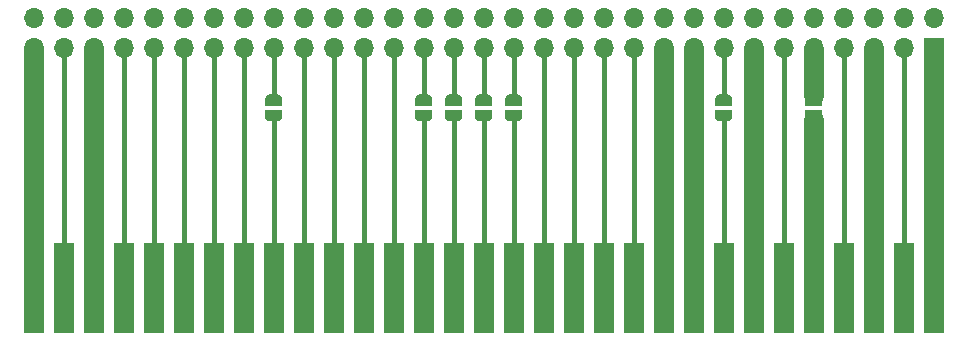
<source format=gbl>
%TF.GenerationSoftware,KiCad,Pcbnew,(5.1.9)-1*%
%TF.CreationDate,2021-05-05T16:30:24+08:00*%
%TF.ProjectId,ISAtoTandyPlus,49534174-6f54-4616-9e64-79506c75732e,rev?*%
%TF.SameCoordinates,Original*%
%TF.FileFunction,Copper,L2,Bot*%
%TF.FilePolarity,Positive*%
%FSLAX46Y46*%
G04 Gerber Fmt 4.6, Leading zero omitted, Abs format (unit mm)*
G04 Created by KiCad (PCBNEW (5.1.9)-1) date 2021-05-05 16:30:24*
%MOMM*%
%LPD*%
G01*
G04 APERTURE LIST*
%TA.AperFunction,SMDPad,CuDef*%
%ADD10C,0.100000*%
%TD*%
%TA.AperFunction,ComponentPad*%
%ADD11R,1.700000X1.700000*%
%TD*%
%TA.AperFunction,ComponentPad*%
%ADD12O,1.700000X1.700000*%
%TD*%
%TA.AperFunction,ConnectorPad*%
%ADD13R,1.780000X7.620000*%
%TD*%
%TA.AperFunction,Conductor*%
%ADD14C,0.400000*%
%TD*%
%TA.AperFunction,Conductor*%
%ADD15C,1.700000*%
%TD*%
G04 APERTURE END LIST*
%TA.AperFunction,SMDPad,CuDef*%
D10*
%TO.P,JP1,2*%
%TO.N,Net-(J3-Pad5)*%
G36*
X164350602Y-122540000D02*
G01*
X164350602Y-122515466D01*
X164355412Y-122466635D01*
X164364984Y-122418510D01*
X164379228Y-122371555D01*
X164398005Y-122326222D01*
X164421136Y-122282949D01*
X164448396Y-122242150D01*
X164479524Y-122204221D01*
X164514221Y-122169524D01*
X164552150Y-122138396D01*
X164592949Y-122111136D01*
X164636222Y-122088005D01*
X164681555Y-122069228D01*
X164728510Y-122054984D01*
X164776635Y-122045412D01*
X164825466Y-122040602D01*
X164850000Y-122040602D01*
X164850000Y-122040000D01*
X165350000Y-122040000D01*
X165350000Y-122040602D01*
X165374534Y-122040602D01*
X165423365Y-122045412D01*
X165471490Y-122054984D01*
X165518445Y-122069228D01*
X165563778Y-122088005D01*
X165607051Y-122111136D01*
X165647850Y-122138396D01*
X165685779Y-122169524D01*
X165720476Y-122204221D01*
X165751604Y-122242150D01*
X165778864Y-122282949D01*
X165801995Y-122326222D01*
X165820772Y-122371555D01*
X165835016Y-122418510D01*
X165844588Y-122466635D01*
X165849398Y-122515466D01*
X165849398Y-122540000D01*
X165850000Y-122540000D01*
X165850000Y-123040000D01*
X164350000Y-123040000D01*
X164350000Y-122540000D01*
X164350602Y-122540000D01*
G37*
%TD.AperFunction*%
%TA.AperFunction,SMDPad,CuDef*%
%TO.P,JP1,1*%
%TO.N,-5V*%
G36*
X165850000Y-123340000D02*
G01*
X165850000Y-123840000D01*
X165849398Y-123840000D01*
X165849398Y-123864534D01*
X165844588Y-123913365D01*
X165835016Y-123961490D01*
X165820772Y-124008445D01*
X165801995Y-124053778D01*
X165778864Y-124097051D01*
X165751604Y-124137850D01*
X165720476Y-124175779D01*
X165685779Y-124210476D01*
X165647850Y-124241604D01*
X165607051Y-124268864D01*
X165563778Y-124291995D01*
X165518445Y-124310772D01*
X165471490Y-124325016D01*
X165423365Y-124334588D01*
X165374534Y-124339398D01*
X165350000Y-124339398D01*
X165350000Y-124340000D01*
X164850000Y-124340000D01*
X164850000Y-124339398D01*
X164825466Y-124339398D01*
X164776635Y-124334588D01*
X164728510Y-124325016D01*
X164681555Y-124310772D01*
X164636222Y-124291995D01*
X164592949Y-124268864D01*
X164552150Y-124241604D01*
X164514221Y-124210476D01*
X164479524Y-124175779D01*
X164448396Y-124137850D01*
X164421136Y-124097051D01*
X164398005Y-124053778D01*
X164379228Y-124008445D01*
X164364984Y-123961490D01*
X164355412Y-123913365D01*
X164350602Y-123864534D01*
X164350602Y-123840000D01*
X164350000Y-123840000D01*
X164350000Y-123340000D01*
X165850000Y-123340000D01*
G37*
%TD.AperFunction*%
%TD*%
%TA.AperFunction,SMDPad,CuDef*%
%TO.P,JP2,2*%
%TO.N,Net-(J3-Pad8)*%
G36*
X156730602Y-122540000D02*
G01*
X156730602Y-122515466D01*
X156735412Y-122466635D01*
X156744984Y-122418510D01*
X156759228Y-122371555D01*
X156778005Y-122326222D01*
X156801136Y-122282949D01*
X156828396Y-122242150D01*
X156859524Y-122204221D01*
X156894221Y-122169524D01*
X156932150Y-122138396D01*
X156972949Y-122111136D01*
X157016222Y-122088005D01*
X157061555Y-122069228D01*
X157108510Y-122054984D01*
X157156635Y-122045412D01*
X157205466Y-122040602D01*
X157230000Y-122040602D01*
X157230000Y-122040000D01*
X157730000Y-122040000D01*
X157730000Y-122040602D01*
X157754534Y-122040602D01*
X157803365Y-122045412D01*
X157851490Y-122054984D01*
X157898445Y-122069228D01*
X157943778Y-122088005D01*
X157987051Y-122111136D01*
X158027850Y-122138396D01*
X158065779Y-122169524D01*
X158100476Y-122204221D01*
X158131604Y-122242150D01*
X158158864Y-122282949D01*
X158181995Y-122326222D01*
X158200772Y-122371555D01*
X158215016Y-122418510D01*
X158224588Y-122466635D01*
X158229398Y-122515466D01*
X158229398Y-122540000D01*
X158230000Y-122540000D01*
X158230000Y-123040000D01*
X156730000Y-123040000D01*
X156730000Y-122540000D01*
X156730602Y-122540000D01*
G37*
%TD.AperFunction*%
%TA.AperFunction,SMDPad,CuDef*%
%TO.P,JP2,1*%
%TO.N,UNUSED_THRU*%
G36*
X158230000Y-123340000D02*
G01*
X158230000Y-123840000D01*
X158229398Y-123840000D01*
X158229398Y-123864534D01*
X158224588Y-123913365D01*
X158215016Y-123961490D01*
X158200772Y-124008445D01*
X158181995Y-124053778D01*
X158158864Y-124097051D01*
X158131604Y-124137850D01*
X158100476Y-124175779D01*
X158065779Y-124210476D01*
X158027850Y-124241604D01*
X157987051Y-124268864D01*
X157943778Y-124291995D01*
X157898445Y-124310772D01*
X157851490Y-124325016D01*
X157803365Y-124334588D01*
X157754534Y-124339398D01*
X157730000Y-124339398D01*
X157730000Y-124340000D01*
X157230000Y-124340000D01*
X157230000Y-124339398D01*
X157205466Y-124339398D01*
X157156635Y-124334588D01*
X157108510Y-124325016D01*
X157061555Y-124310772D01*
X157016222Y-124291995D01*
X156972949Y-124268864D01*
X156932150Y-124241604D01*
X156894221Y-124210476D01*
X156859524Y-124175779D01*
X156828396Y-124137850D01*
X156801136Y-124097051D01*
X156778005Y-124053778D01*
X156759228Y-124008445D01*
X156744984Y-123961490D01*
X156735412Y-123913365D01*
X156730602Y-123864534D01*
X156730602Y-123840000D01*
X156730000Y-123840000D01*
X156730000Y-123340000D01*
X158230000Y-123340000D01*
G37*
%TD.AperFunction*%
%TD*%
%TA.AperFunction,SMDPad,CuDef*%
%TO.P,JP3,2*%
%TO.N,Net-(J3-Pad15)*%
G36*
X138950602Y-122540000D02*
G01*
X138950602Y-122515466D01*
X138955412Y-122466635D01*
X138964984Y-122418510D01*
X138979228Y-122371555D01*
X138998005Y-122326222D01*
X139021136Y-122282949D01*
X139048396Y-122242150D01*
X139079524Y-122204221D01*
X139114221Y-122169524D01*
X139152150Y-122138396D01*
X139192949Y-122111136D01*
X139236222Y-122088005D01*
X139281555Y-122069228D01*
X139328510Y-122054984D01*
X139376635Y-122045412D01*
X139425466Y-122040602D01*
X139450000Y-122040602D01*
X139450000Y-122040000D01*
X139950000Y-122040000D01*
X139950000Y-122040602D01*
X139974534Y-122040602D01*
X140023365Y-122045412D01*
X140071490Y-122054984D01*
X140118445Y-122069228D01*
X140163778Y-122088005D01*
X140207051Y-122111136D01*
X140247850Y-122138396D01*
X140285779Y-122169524D01*
X140320476Y-122204221D01*
X140351604Y-122242150D01*
X140378864Y-122282949D01*
X140401995Y-122326222D01*
X140420772Y-122371555D01*
X140435016Y-122418510D01*
X140444588Y-122466635D01*
X140449398Y-122515466D01*
X140449398Y-122540000D01*
X140450000Y-122540000D01*
X140450000Y-123040000D01*
X138950000Y-123040000D01*
X138950000Y-122540000D01*
X138950602Y-122540000D01*
G37*
%TD.AperFunction*%
%TA.AperFunction,SMDPad,CuDef*%
%TO.P,JP3,1*%
%TO.N,~DACK3*%
G36*
X140450000Y-123340000D02*
G01*
X140450000Y-123840000D01*
X140449398Y-123840000D01*
X140449398Y-123864534D01*
X140444588Y-123913365D01*
X140435016Y-123961490D01*
X140420772Y-124008445D01*
X140401995Y-124053778D01*
X140378864Y-124097051D01*
X140351604Y-124137850D01*
X140320476Y-124175779D01*
X140285779Y-124210476D01*
X140247850Y-124241604D01*
X140207051Y-124268864D01*
X140163778Y-124291995D01*
X140118445Y-124310772D01*
X140071490Y-124325016D01*
X140023365Y-124334588D01*
X139974534Y-124339398D01*
X139950000Y-124339398D01*
X139950000Y-124340000D01*
X139450000Y-124340000D01*
X139450000Y-124339398D01*
X139425466Y-124339398D01*
X139376635Y-124334588D01*
X139328510Y-124325016D01*
X139281555Y-124310772D01*
X139236222Y-124291995D01*
X139192949Y-124268864D01*
X139152150Y-124241604D01*
X139114221Y-124210476D01*
X139079524Y-124175779D01*
X139048396Y-124137850D01*
X139021136Y-124097051D01*
X138998005Y-124053778D01*
X138979228Y-124008445D01*
X138964984Y-123961490D01*
X138955412Y-123913365D01*
X138950602Y-123864534D01*
X138950602Y-123840000D01*
X138950000Y-123840000D01*
X138950000Y-123340000D01*
X140450000Y-123340000D01*
G37*
%TD.AperFunction*%
%TD*%
%TA.AperFunction,SMDPad,CuDef*%
%TO.P,JP5,2*%
%TO.N,Net-(J3-Pad17)*%
G36*
X133870602Y-122540000D02*
G01*
X133870602Y-122515466D01*
X133875412Y-122466635D01*
X133884984Y-122418510D01*
X133899228Y-122371555D01*
X133918005Y-122326222D01*
X133941136Y-122282949D01*
X133968396Y-122242150D01*
X133999524Y-122204221D01*
X134034221Y-122169524D01*
X134072150Y-122138396D01*
X134112949Y-122111136D01*
X134156222Y-122088005D01*
X134201555Y-122069228D01*
X134248510Y-122054984D01*
X134296635Y-122045412D01*
X134345466Y-122040602D01*
X134370000Y-122040602D01*
X134370000Y-122040000D01*
X134870000Y-122040000D01*
X134870000Y-122040602D01*
X134894534Y-122040602D01*
X134943365Y-122045412D01*
X134991490Y-122054984D01*
X135038445Y-122069228D01*
X135083778Y-122088005D01*
X135127051Y-122111136D01*
X135167850Y-122138396D01*
X135205779Y-122169524D01*
X135240476Y-122204221D01*
X135271604Y-122242150D01*
X135298864Y-122282949D01*
X135321995Y-122326222D01*
X135340772Y-122371555D01*
X135355016Y-122418510D01*
X135364588Y-122466635D01*
X135369398Y-122515466D01*
X135369398Y-122540000D01*
X135370000Y-122540000D01*
X135370000Y-123040000D01*
X133870000Y-123040000D01*
X133870000Y-122540000D01*
X133870602Y-122540000D01*
G37*
%TD.AperFunction*%
%TA.AperFunction,SMDPad,CuDef*%
%TO.P,JP5,1*%
%TO.N,~DACK1*%
G36*
X135370000Y-123340000D02*
G01*
X135370000Y-123840000D01*
X135369398Y-123840000D01*
X135369398Y-123864534D01*
X135364588Y-123913365D01*
X135355016Y-123961490D01*
X135340772Y-124008445D01*
X135321995Y-124053778D01*
X135298864Y-124097051D01*
X135271604Y-124137850D01*
X135240476Y-124175779D01*
X135205779Y-124210476D01*
X135167850Y-124241604D01*
X135127051Y-124268864D01*
X135083778Y-124291995D01*
X135038445Y-124310772D01*
X134991490Y-124325016D01*
X134943365Y-124334588D01*
X134894534Y-124339398D01*
X134870000Y-124339398D01*
X134870000Y-124340000D01*
X134370000Y-124340000D01*
X134370000Y-124339398D01*
X134345466Y-124339398D01*
X134296635Y-124334588D01*
X134248510Y-124325016D01*
X134201555Y-124310772D01*
X134156222Y-124291995D01*
X134112949Y-124268864D01*
X134072150Y-124241604D01*
X134034221Y-124210476D01*
X133999524Y-124175779D01*
X133968396Y-124137850D01*
X133941136Y-124097051D01*
X133918005Y-124053778D01*
X133899228Y-124008445D01*
X133884984Y-123961490D01*
X133875412Y-123913365D01*
X133870602Y-123864534D01*
X133870602Y-123840000D01*
X133870000Y-123840000D01*
X133870000Y-123340000D01*
X135370000Y-123340000D01*
G37*
%TD.AperFunction*%
%TD*%
%TA.AperFunction,SMDPad,CuDef*%
%TO.P,JP4,2*%
%TO.N,Net-(J3-Pad16)*%
G36*
X136410602Y-122540000D02*
G01*
X136410602Y-122515466D01*
X136415412Y-122466635D01*
X136424984Y-122418510D01*
X136439228Y-122371555D01*
X136458005Y-122326222D01*
X136481136Y-122282949D01*
X136508396Y-122242150D01*
X136539524Y-122204221D01*
X136574221Y-122169524D01*
X136612150Y-122138396D01*
X136652949Y-122111136D01*
X136696222Y-122088005D01*
X136741555Y-122069228D01*
X136788510Y-122054984D01*
X136836635Y-122045412D01*
X136885466Y-122040602D01*
X136910000Y-122040602D01*
X136910000Y-122040000D01*
X137410000Y-122040000D01*
X137410000Y-122040602D01*
X137434534Y-122040602D01*
X137483365Y-122045412D01*
X137531490Y-122054984D01*
X137578445Y-122069228D01*
X137623778Y-122088005D01*
X137667051Y-122111136D01*
X137707850Y-122138396D01*
X137745779Y-122169524D01*
X137780476Y-122204221D01*
X137811604Y-122242150D01*
X137838864Y-122282949D01*
X137861995Y-122326222D01*
X137880772Y-122371555D01*
X137895016Y-122418510D01*
X137904588Y-122466635D01*
X137909398Y-122515466D01*
X137909398Y-122540000D01*
X137910000Y-122540000D01*
X137910000Y-123040000D01*
X136410000Y-123040000D01*
X136410000Y-122540000D01*
X136410602Y-122540000D01*
G37*
%TD.AperFunction*%
%TA.AperFunction,SMDPad,CuDef*%
%TO.P,JP4,1*%
%TO.N,DRQ3*%
G36*
X137910000Y-123340000D02*
G01*
X137910000Y-123840000D01*
X137909398Y-123840000D01*
X137909398Y-123864534D01*
X137904588Y-123913365D01*
X137895016Y-123961490D01*
X137880772Y-124008445D01*
X137861995Y-124053778D01*
X137838864Y-124097051D01*
X137811604Y-124137850D01*
X137780476Y-124175779D01*
X137745779Y-124210476D01*
X137707850Y-124241604D01*
X137667051Y-124268864D01*
X137623778Y-124291995D01*
X137578445Y-124310772D01*
X137531490Y-124325016D01*
X137483365Y-124334588D01*
X137434534Y-124339398D01*
X137410000Y-124339398D01*
X137410000Y-124340000D01*
X136910000Y-124340000D01*
X136910000Y-124339398D01*
X136885466Y-124339398D01*
X136836635Y-124334588D01*
X136788510Y-124325016D01*
X136741555Y-124310772D01*
X136696222Y-124291995D01*
X136652949Y-124268864D01*
X136612150Y-124241604D01*
X136574221Y-124210476D01*
X136539524Y-124175779D01*
X136508396Y-124137850D01*
X136481136Y-124097051D01*
X136458005Y-124053778D01*
X136439228Y-124008445D01*
X136424984Y-123961490D01*
X136415412Y-123913365D01*
X136410602Y-123864534D01*
X136410602Y-123840000D01*
X136410000Y-123840000D01*
X136410000Y-123340000D01*
X137910000Y-123340000D01*
G37*
%TD.AperFunction*%
%TD*%
%TA.AperFunction,SMDPad,CuDef*%
%TO.P,JP6,2*%
%TO.N,Net-(J3-Pad18)*%
G36*
X131330602Y-122540000D02*
G01*
X131330602Y-122515466D01*
X131335412Y-122466635D01*
X131344984Y-122418510D01*
X131359228Y-122371555D01*
X131378005Y-122326222D01*
X131401136Y-122282949D01*
X131428396Y-122242150D01*
X131459524Y-122204221D01*
X131494221Y-122169524D01*
X131532150Y-122138396D01*
X131572949Y-122111136D01*
X131616222Y-122088005D01*
X131661555Y-122069228D01*
X131708510Y-122054984D01*
X131756635Y-122045412D01*
X131805466Y-122040602D01*
X131830000Y-122040602D01*
X131830000Y-122040000D01*
X132330000Y-122040000D01*
X132330000Y-122040602D01*
X132354534Y-122040602D01*
X132403365Y-122045412D01*
X132451490Y-122054984D01*
X132498445Y-122069228D01*
X132543778Y-122088005D01*
X132587051Y-122111136D01*
X132627850Y-122138396D01*
X132665779Y-122169524D01*
X132700476Y-122204221D01*
X132731604Y-122242150D01*
X132758864Y-122282949D01*
X132781995Y-122326222D01*
X132800772Y-122371555D01*
X132815016Y-122418510D01*
X132824588Y-122466635D01*
X132829398Y-122515466D01*
X132829398Y-122540000D01*
X132830000Y-122540000D01*
X132830000Y-123040000D01*
X131330000Y-123040000D01*
X131330000Y-122540000D01*
X131330602Y-122540000D01*
G37*
%TD.AperFunction*%
%TA.AperFunction,SMDPad,CuDef*%
%TO.P,JP6,1*%
%TO.N,DRQ1*%
G36*
X132830000Y-123340000D02*
G01*
X132830000Y-123840000D01*
X132829398Y-123840000D01*
X132829398Y-123864534D01*
X132824588Y-123913365D01*
X132815016Y-123961490D01*
X132800772Y-124008445D01*
X132781995Y-124053778D01*
X132758864Y-124097051D01*
X132731604Y-124137850D01*
X132700476Y-124175779D01*
X132665779Y-124210476D01*
X132627850Y-124241604D01*
X132587051Y-124268864D01*
X132543778Y-124291995D01*
X132498445Y-124310772D01*
X132451490Y-124325016D01*
X132403365Y-124334588D01*
X132354534Y-124339398D01*
X132330000Y-124339398D01*
X132330000Y-124340000D01*
X131830000Y-124340000D01*
X131830000Y-124339398D01*
X131805466Y-124339398D01*
X131756635Y-124334588D01*
X131708510Y-124325016D01*
X131661555Y-124310772D01*
X131616222Y-124291995D01*
X131572949Y-124268864D01*
X131532150Y-124241604D01*
X131494221Y-124210476D01*
X131459524Y-124175779D01*
X131428396Y-124137850D01*
X131401136Y-124097051D01*
X131378005Y-124053778D01*
X131359228Y-124008445D01*
X131344984Y-123961490D01*
X131335412Y-123913365D01*
X131330602Y-123864534D01*
X131330602Y-123840000D01*
X131330000Y-123840000D01*
X131330000Y-123340000D01*
X132830000Y-123340000D01*
G37*
%TD.AperFunction*%
%TD*%
%TA.AperFunction,SMDPad,CuDef*%
%TO.P,JP7,1*%
%TO.N,IRQ5*%
G36*
X120130000Y-123340000D02*
G01*
X120130000Y-123840000D01*
X120129398Y-123840000D01*
X120129398Y-123864534D01*
X120124588Y-123913365D01*
X120115016Y-123961490D01*
X120100772Y-124008445D01*
X120081995Y-124053778D01*
X120058864Y-124097051D01*
X120031604Y-124137850D01*
X120000476Y-124175779D01*
X119965779Y-124210476D01*
X119927850Y-124241604D01*
X119887051Y-124268864D01*
X119843778Y-124291995D01*
X119798445Y-124310772D01*
X119751490Y-124325016D01*
X119703365Y-124334588D01*
X119654534Y-124339398D01*
X119630000Y-124339398D01*
X119630000Y-124340000D01*
X119130000Y-124340000D01*
X119130000Y-124339398D01*
X119105466Y-124339398D01*
X119056635Y-124334588D01*
X119008510Y-124325016D01*
X118961555Y-124310772D01*
X118916222Y-124291995D01*
X118872949Y-124268864D01*
X118832150Y-124241604D01*
X118794221Y-124210476D01*
X118759524Y-124175779D01*
X118728396Y-124137850D01*
X118701136Y-124097051D01*
X118678005Y-124053778D01*
X118659228Y-124008445D01*
X118644984Y-123961490D01*
X118635412Y-123913365D01*
X118630602Y-123864534D01*
X118630602Y-123840000D01*
X118630000Y-123840000D01*
X118630000Y-123340000D01*
X120130000Y-123340000D01*
G37*
%TD.AperFunction*%
%TA.AperFunction,SMDPad,CuDef*%
%TO.P,JP7,2*%
%TO.N,Net-(J3-Pad23)*%
G36*
X118630602Y-122540000D02*
G01*
X118630602Y-122515466D01*
X118635412Y-122466635D01*
X118644984Y-122418510D01*
X118659228Y-122371555D01*
X118678005Y-122326222D01*
X118701136Y-122282949D01*
X118728396Y-122242150D01*
X118759524Y-122204221D01*
X118794221Y-122169524D01*
X118832150Y-122138396D01*
X118872949Y-122111136D01*
X118916222Y-122088005D01*
X118961555Y-122069228D01*
X119008510Y-122054984D01*
X119056635Y-122045412D01*
X119105466Y-122040602D01*
X119130000Y-122040602D01*
X119130000Y-122040000D01*
X119630000Y-122040000D01*
X119630000Y-122040602D01*
X119654534Y-122040602D01*
X119703365Y-122045412D01*
X119751490Y-122054984D01*
X119798445Y-122069228D01*
X119843778Y-122088005D01*
X119887051Y-122111136D01*
X119927850Y-122138396D01*
X119965779Y-122169524D01*
X120000476Y-122204221D01*
X120031604Y-122242150D01*
X120058864Y-122282949D01*
X120081995Y-122326222D01*
X120100772Y-122371555D01*
X120115016Y-122418510D01*
X120124588Y-122466635D01*
X120129398Y-122515466D01*
X120129398Y-122540000D01*
X120130000Y-122540000D01*
X120130000Y-123040000D01*
X118630000Y-123040000D01*
X118630000Y-122540000D01*
X118630602Y-122540000D01*
G37*
%TD.AperFunction*%
%TD*%
D11*
%TO.P,J3,1*%
%TO.N,GND1*%
X175260000Y-118110000D03*
D12*
%TO.P,J3,32*%
%TO.N,~IO_CH_CK*%
X175260000Y-115570000D03*
%TO.P,J3,2*%
%TO.N,RESET*%
X172720000Y-118110000D03*
%TO.P,J3,33*%
%TO.N,D7*%
X172720000Y-115570000D03*
%TO.P,J3,3*%
%TO.N,VCC1*%
X170180000Y-118110000D03*
%TO.P,J3,34*%
%TO.N,D6*%
X170180000Y-115570000D03*
%TO.P,J3,4*%
%TO.N,IRQ2*%
X167640000Y-118110000D03*
%TO.P,J3,35*%
%TO.N,D5*%
X167640000Y-115570000D03*
%TO.P,J3,5*%
%TO.N,Net-(J3-Pad5)*%
X165100000Y-118110000D03*
%TO.P,J3,36*%
%TO.N,D4*%
X165100000Y-115570000D03*
%TO.P,J3,6*%
%TO.N,DRQ2*%
X162560000Y-118110000D03*
%TO.P,J3,37*%
%TO.N,D3*%
X162560000Y-115570000D03*
%TO.P,J3,7*%
%TO.N,-12V*%
X160020000Y-118110000D03*
%TO.P,J3,38*%
%TO.N,D2*%
X160020000Y-115570000D03*
%TO.P,J3,8*%
%TO.N,Net-(J3-Pad8)*%
X157480000Y-118110000D03*
%TO.P,J3,39*%
%TO.N,D1*%
X157480000Y-115570000D03*
%TO.P,J3,9*%
%TO.N,12V*%
X154940000Y-118110000D03*
%TO.P,J3,40*%
%TO.N,D0*%
X154940000Y-115570000D03*
%TO.P,J3,10*%
%TO.N,GND2*%
X152400000Y-118110000D03*
%TO.P,J3,41*%
%TO.N,IOCHRDY*%
X152400000Y-115570000D03*
%TO.P,J3,11*%
%TO.N,~MEMW*%
X149860000Y-118110000D03*
%TO.P,J3,42*%
%TO.N,AEN*%
X149860000Y-115570000D03*
%TO.P,J3,12*%
%TO.N,~MEMR*%
X147320000Y-118110000D03*
%TO.P,J3,43*%
%TO.N,A19*%
X147320000Y-115570000D03*
%TO.P,J3,13*%
%TO.N,~IOW*%
X144780000Y-118110000D03*
%TO.P,J3,44*%
%TO.N,A18*%
X144780000Y-115570000D03*
%TO.P,J3,14*%
%TO.N,~IOR*%
X142240000Y-118110000D03*
%TO.P,J3,45*%
%TO.N,A17*%
X142240000Y-115570000D03*
%TO.P,J3,15*%
%TO.N,Net-(J3-Pad15)*%
X139700000Y-118110000D03*
%TO.P,J3,46*%
%TO.N,A16*%
X139700000Y-115570000D03*
%TO.P,J3,16*%
%TO.N,Net-(J3-Pad16)*%
X137160000Y-118110000D03*
%TO.P,J3,47*%
%TO.N,A15*%
X137160000Y-115570000D03*
%TO.P,J3,17*%
%TO.N,Net-(J3-Pad17)*%
X134620000Y-118110000D03*
%TO.P,J3,48*%
%TO.N,A14*%
X134620000Y-115570000D03*
%TO.P,J3,18*%
%TO.N,Net-(J3-Pad18)*%
X132080000Y-118110000D03*
%TO.P,J3,49*%
%TO.N,A13*%
X132080000Y-115570000D03*
%TO.P,J3,19*%
%TO.N,~DACK0*%
X129540000Y-118110000D03*
%TO.P,J3,50*%
%TO.N,A12*%
X129540000Y-115570000D03*
%TO.P,J3,20*%
%TO.N,CLK*%
X127000000Y-118110000D03*
%TO.P,J3,51*%
%TO.N,A11*%
X127000000Y-115570000D03*
%TO.P,J3,21*%
%TO.N,IRQ7*%
X124460000Y-118110000D03*
%TO.P,J3,52*%
%TO.N,A10*%
X124460000Y-115570000D03*
%TO.P,J3,22*%
%TO.N,IRQ6*%
X121920000Y-118110000D03*
%TO.P,J3,53*%
%TO.N,A09*%
X121920000Y-115570000D03*
%TO.P,J3,23*%
%TO.N,Net-(J3-Pad23)*%
X119380000Y-118110000D03*
%TO.P,J3,54*%
%TO.N,A08*%
X119380000Y-115570000D03*
%TO.P,J3,24*%
%TO.N,IRQ4*%
X116840000Y-118110000D03*
%TO.P,J3,55*%
%TO.N,A07*%
X116840000Y-115570000D03*
%TO.P,J3,25*%
%TO.N,IRQ3*%
X114300000Y-118110000D03*
%TO.P,J3,56*%
%TO.N,A06*%
X114300000Y-115570000D03*
%TO.P,J3,26*%
%TO.N,~DACK2*%
X111760000Y-118110000D03*
%TO.P,J3,57*%
%TO.N,A05*%
X111760000Y-115570000D03*
%TO.P,J3,27*%
%TO.N,TC*%
X109220000Y-118110000D03*
%TO.P,J3,58*%
%TO.N,A04*%
X109220000Y-115570000D03*
%TO.P,J3,28*%
%TO.N,ALE*%
X106680000Y-118110000D03*
%TO.P,J3,59*%
%TO.N,A03*%
X106680000Y-115570000D03*
%TO.P,J3,29*%
%TO.N,VCC2*%
X104140000Y-118110000D03*
%TO.P,J3,60*%
%TO.N,A02*%
X104140000Y-115570000D03*
%TO.P,J3,30*%
%TO.N,OSC*%
X101600000Y-118110000D03*
%TO.P,J3,61*%
%TO.N,A01*%
X101600000Y-115570000D03*
%TO.P,J3,31*%
%TO.N,GND3*%
X99060000Y-118110000D03*
%TO.P,J3,62*%
%TO.N,A00*%
X99060000Y-115570000D03*
%TD*%
D13*
%TO.P,J1,31*%
%TO.N,GND3*%
X99060000Y-138430000D03*
%TO.P,J1,30*%
%TO.N,OSC*%
X101600000Y-138430000D03*
%TO.P,J1,29*%
%TO.N,VCC2*%
X104140000Y-138430000D03*
%TO.P,J1,28*%
%TO.N,ALE*%
X106680000Y-138430000D03*
%TO.P,J1,27*%
%TO.N,TC*%
X109220000Y-138430000D03*
%TO.P,J1,26*%
%TO.N,~DACK2*%
X111760000Y-138430000D03*
%TO.P,J1,25*%
%TO.N,IRQ3*%
X114300000Y-138430000D03*
%TO.P,J1,24*%
%TO.N,IRQ4*%
X116840000Y-138430000D03*
%TO.P,J1,23*%
%TO.N,IRQ5*%
X119380000Y-138430000D03*
%TO.P,J1,22*%
%TO.N,IRQ6*%
X121920000Y-138430000D03*
%TO.P,J1,21*%
%TO.N,IRQ7*%
X124460000Y-138430000D03*
%TO.P,J1,20*%
%TO.N,CLK*%
X127000000Y-138430000D03*
%TO.P,J1,19*%
%TO.N,~DACK0*%
X129540000Y-138430000D03*
%TO.P,J1,18*%
%TO.N,DRQ1*%
X132080000Y-138430000D03*
%TO.P,J1,17*%
%TO.N,~DACK1*%
X134620000Y-138430000D03*
%TO.P,J1,16*%
%TO.N,DRQ3*%
X137160000Y-138430000D03*
%TO.P,J1,15*%
%TO.N,~DACK3*%
X139700000Y-138430000D03*
%TO.P,J1,14*%
%TO.N,~IOR*%
X142240000Y-138430000D03*
%TO.P,J1,13*%
%TO.N,~IOW*%
X144780000Y-138430000D03*
%TO.P,J1,12*%
%TO.N,~MEMR*%
X147320000Y-138430000D03*
%TO.P,J1,11*%
%TO.N,~MEMW*%
X149860000Y-138430000D03*
%TO.P,J1,10*%
%TO.N,GND2*%
X152400000Y-138430000D03*
%TO.P,J1,9*%
%TO.N,12V*%
X154940000Y-138430000D03*
%TO.P,J1,8*%
%TO.N,UNUSED_THRU*%
X157480000Y-138430000D03*
%TO.P,J1,7*%
%TO.N,-12V*%
X160020000Y-138430000D03*
%TO.P,J1,6*%
%TO.N,DRQ2*%
X162560000Y-138430000D03*
%TO.P,J1,5*%
%TO.N,-5V*%
X165100000Y-138430000D03*
%TO.P,J1,4*%
%TO.N,IRQ2*%
X167640000Y-138430000D03*
%TO.P,J1,3*%
%TO.N,VCC1*%
X170180000Y-138430000D03*
%TO.P,J1,2*%
%TO.N,RESET*%
X172720000Y-138430000D03*
%TO.P,J1,1*%
%TO.N,GND1*%
X175260000Y-138430000D03*
%TD*%
D14*
%TO.N,OSC*%
X101600000Y-138430000D02*
X101600000Y-118110000D01*
%TO.N,ALE*%
X106680000Y-118110000D02*
X106680000Y-138430000D01*
%TO.N,TC*%
X109220000Y-138430000D02*
X109220000Y-118110000D01*
%TO.N,~DACK2*%
X111760000Y-118110000D02*
X111760000Y-138430000D01*
%TO.N,IRQ3*%
X114300000Y-138430000D02*
X114300000Y-118110000D01*
%TO.N,IRQ4*%
X116840000Y-118110000D02*
X116840000Y-138430000D01*
%TO.N,IRQ5*%
X119380000Y-123825000D02*
X119380000Y-138430000D01*
%TO.N,IRQ6*%
X121920000Y-118110000D02*
X121920000Y-138430000D01*
%TO.N,IRQ7*%
X124460000Y-138430000D02*
X124460000Y-118110000D01*
%TO.N,CLK*%
X127000000Y-118110000D02*
X127000000Y-138430000D01*
%TO.N,~DACK0*%
X129540000Y-138430000D02*
X129540000Y-118110000D01*
%TO.N,DRQ1*%
X132080000Y-123825000D02*
X132080000Y-138430000D01*
%TO.N,~DACK1*%
X134620000Y-123825000D02*
X134620000Y-138430000D01*
%TO.N,DRQ3*%
X137160000Y-123825000D02*
X137160000Y-138430000D01*
%TO.N,~DACK3*%
X139700000Y-123825000D02*
X139700000Y-138430000D01*
%TO.N,~IOR*%
X142240000Y-118110000D02*
X142240000Y-138430000D01*
%TO.N,~IOW*%
X144780000Y-138430000D02*
X144780000Y-118110000D01*
%TO.N,~MEMR*%
X147320000Y-118110000D02*
X147320000Y-138430000D01*
%TO.N,~MEMW*%
X149860000Y-138430000D02*
X149860000Y-118110000D01*
D15*
%TO.N,-12V*%
X160020000Y-118110000D02*
X160020000Y-138430000D01*
D14*
%TO.N,DRQ2*%
X162560000Y-138430000D02*
X162560000Y-118110000D01*
D15*
%TO.N,-5V*%
X165100000Y-124206000D02*
X165100000Y-138176000D01*
D14*
%TO.N,IRQ2*%
X167640000Y-118110000D02*
X167640000Y-138430000D01*
%TO.N,RESET*%
X172720000Y-138430000D02*
X172720000Y-118110000D01*
D15*
%TO.N,GND3*%
X99060000Y-138430000D02*
X99060000Y-118110000D01*
%TO.N,VCC2*%
X104140000Y-118110000D02*
X104140000Y-138430000D01*
%TO.N,GND2*%
X152400000Y-118110000D02*
X152400000Y-138430000D01*
%TO.N,12V*%
X154940000Y-118110000D02*
X154940000Y-138430000D01*
D14*
%TO.N,UNUSED_THRU*%
X157480000Y-123825000D02*
X157480000Y-138430000D01*
D15*
%TO.N,VCC1*%
X170180000Y-118110000D02*
X170180000Y-138430000D01*
%TO.N,GND1*%
X175260000Y-138430000D02*
X175260000Y-118110000D01*
D14*
%TO.N,Net-(J3-Pad23)*%
X119380000Y-122555000D02*
X119380000Y-118110000D01*
%TO.N,Net-(J3-Pad18)*%
X132080000Y-122555000D02*
X132080000Y-118110000D01*
%TO.N,Net-(J3-Pad17)*%
X134620000Y-122555000D02*
X134620000Y-118110000D01*
%TO.N,Net-(J3-Pad16)*%
X137160000Y-122555000D02*
X137160000Y-118110000D01*
%TO.N,Net-(J3-Pad15)*%
X139700000Y-122555000D02*
X139700000Y-118110000D01*
%TO.N,Net-(J3-Pad8)*%
X157480000Y-118110000D02*
X157480000Y-122555000D01*
D15*
%TO.N,Net-(J3-Pad5)*%
X165100000Y-122174000D02*
X165100000Y-118364000D01*
%TD*%
M02*

</source>
